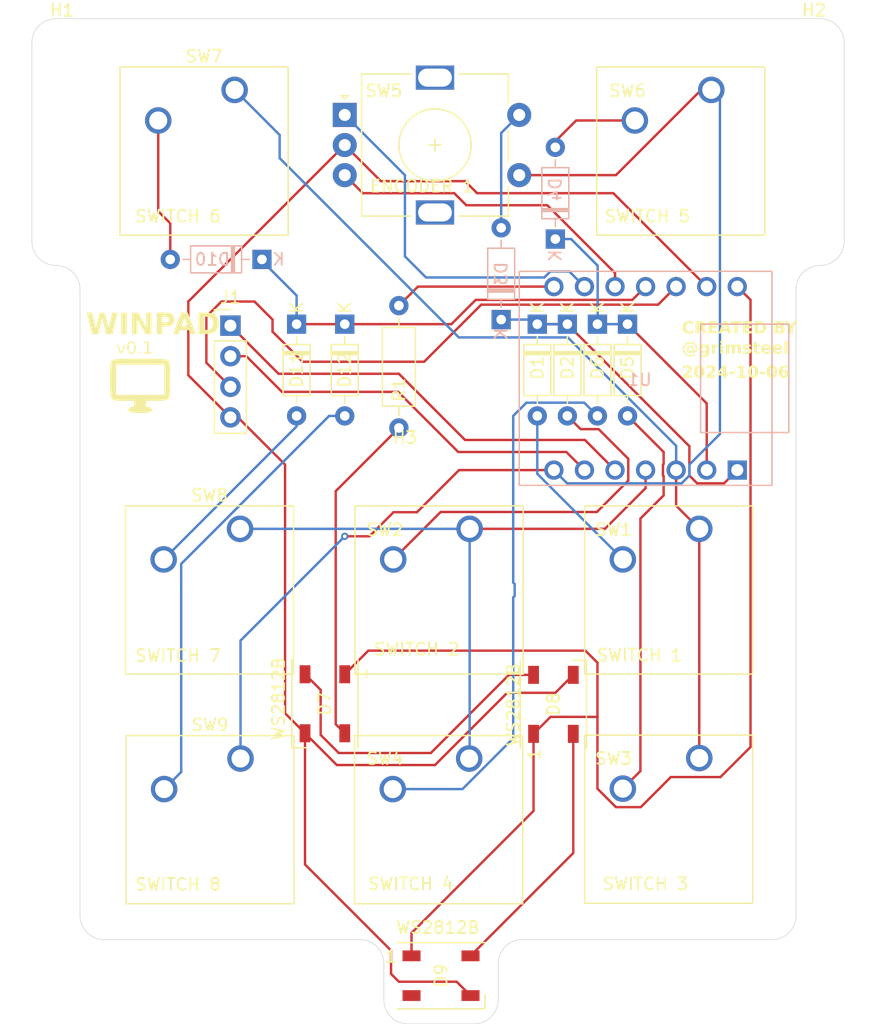
<source format=kicad_pcb>
(kicad_pcb (version 20240108) (generator "pcbnew") (generator_version "8.0")
  (title_block (title "Winpad PCB") (date "2024-10-05") (company "Hack Club") (comment 1 "Created by @grimsteel"))
  (layers (0 "F.Cu" signal) (31 "B.Cu" signal) (34 "B.Paste" user) (35 "F.Paste" user) (36 "B.SilkS" user "B.Silkscreen") (37 "F.SilkS" user "F.Silkscreen") (38 "B.Mask" user) (39 "F.Mask" user) (44 "Edge.Cuts" user))
  (net 0 "")
  (net 1 "Net-(D1-A)")
  (net 2 "GND")
  (net 3 "R1")
  (net 4 "Net-(D2-A)")
  (net 5 "Net-(D3-A)")
  (net 6 "R2")
  (net 7 "Net-(D4-A)")
  (net 8 "Net-(D5-A)")
  (net 9 "Net-(D6-A)")
  (net 10 "Net-(D7-DOUT)")
  (net 11 "RGB")
  (net 12 "+5V")
  (net 13 "Net-(D8-DOUT)")
  (net 15 "SDA")
  (net 16 "+3.3V")
  (net 17 "SCL")
  (net 18 "C1")
  (net 19 "C2")
  (net 20 "C3")
  (net 21 "ENC1")
  (net 22 "ENC2")
  (net 23 "Net-(D7-DIN)")
  (net 24 "R3")
  (net 25 "Net-(D10-A)")
  (net 26 "Net-(D11-A)")
  (net 27 "Net-(D12-A)")
  (footprint "custom-stuff:SW_Cherry_MX_1.00u_PCB" (layer "F.Cu") (at 55.35 24.42)
    (property "Reference" "SW7" (at -2.54 -2.794 0) (layer "F.SilkS"))
    (property "Value" "SW_Push_45deg")
    (pad "" np_thru_hole circle (at -7.62 5.08) (size 1.7 1.7) (drill 1.7) (layers "*.Cu" "*.Mask"))
    (pad "" np_thru_hole circle (at -2.54 5.08) (size 4 4) (drill 4) (layers "*.Cu" "*.Mask"))
    (pad "" np_thru_hole circle (at 2.54 5.08) (size 1.7 1.7) (drill 1.7) (layers "*.Cu" "*.Mask"))
    (pad "1" thru_hole circle (at 0 0) (size 2.2 2.2) (drill 1.5) (layers "*.Cu" "*.Mask") (net 18 "C1"))
    (pad "2" thru_hole circle (at -6.35 2.54) (size 2.2 2.2) (drill 1.5) (layers "*.Cu" "*.Mask") (net 25 "Net-(D10-A)"))
  )
  (footprint "custom-stuff:SW_Cherry_MX_1.00u_PCB" (layer "F.Cu") (at 74.88 60.88)
    (property "Reference" "SW2" (at -7.04 0.08 0) (layer "F.SilkS"))
    (property "Value" "SW_Push_45deg")
    (pad "" np_thru_hole circle (at -7.62 5.08) (size 1.7 1.7) (drill 1.7) (layers "*.Cu" "*.Mask"))
    (pad "" np_thru_hole circle (at -2.54 5.08) (size 4 4) (drill 4) (layers "*.Cu" "*.Mask"))
    (pad "" np_thru_hole circle (at 2.54 5.08) (size 1.7 1.7) (drill 1.7) (layers "*.Cu" "*.Mask"))
    (pad "1" thru_hole circle (at 0 0) (size 2.2 2.2) (drill 1.5) (layers "*.Cu" "*.Mask") (net 19 "C2"))
    (pad "2" thru_hole circle (at -6.35 2.54) (size 2.2 2.2) (drill 1.5) (layers "*.Cu" "*.Mask") (net 4 "Net-(D2-A)"))
  )
  (footprint "LED_SMD:LED_WS2812B_PLCC4_5.0x5.0mm_P3.2mm" (layer "F.Cu") (at 81.84 75.46 90)
    (property "Reference" "D8" (at 0 0 -90) (layer "F.SilkS"))
    (property "Value" "WS2812B" (at -0.04 -3.34 -90) (layer "F.SilkS"))
    (fp_text user "1" (at -4.15 -1.6 90) (layer "F.SilkS"))
    (pad "1" smd rect (at -2.45 -1.65 90) (size 1.5 0.9) (layers "F.Cu" "F.Paste" "F.Mask") (net 12 "+5V"))
    (pad "2" smd rect (at -2.45 1.65 90) (size 1.5 0.9) (layers "F.Cu" "F.Paste" "F.Mask") (net 13 "Net-(D8-DOUT)"))
    (pad "3" smd rect (at 2.45 1.65 90) (size 1.5 0.9) (layers "F.Cu" "F.Paste" "F.Mask") (net 2 "GND"))
    (pad "4" smd rect (at 2.45 -1.65 90) (size 1.5 0.9) (layers "F.Cu" "F.Paste" "F.Mask") (net 10 "Net-(D7-DOUT)"))
  )
  (footprint "custom-stuff:RotaryEncoder_Alps_EC11E-Switch_Vertical_H20mm" (layer "F.Cu") (at 64.5 26.5)
    (property "Reference" "SW5" (at 3.25 -2 0) (layer "F.SilkS"))
    (property "Value" "RotaryEncoder_Switch")
    (pad "A" thru_hole rect (at 0 0) (size 2 2) (drill 1) (layers "*.Cu" "*.Mask") (net 21 "ENC1"))
    (pad "B" thru_hole circle (at 0 5) (size 2 2) (drill 1) (layers "*.Cu" "*.Mask") (net 22 "ENC2"))
    (pad "C" thru_hole circle (at 0 2.5) (size 2 2) (drill 1) (layers "*.Cu" "*.Mask") (net 2 "GND"))
    (pad "MP" thru_hole rect (at 7.5 -3.1) (size 3.2 2) (drill oval 2.8 1.5) (layers "*.Cu" "*.Mask"))
    (pad "MP" thru_hole rect (at 7.5 8.1) (size 3.2 2) (drill oval 2.8 1.5) (layers "*.Cu" "*.Mask"))
    (pad "S1" thru_hole circle (at 14.5 5) (size 2 2) (drill 1) (layers "*.Cu" "*.Mask") (net 20 "C3"))
    (pad "S2" thru_hole circle (at 14.5 0) (size 2 2) (drill 1) (layers "*.Cu" "*.Mask") (net 5 "Net-(D3-A)"))
  )
  (footprint "Diode_THT:D_DO-35_SOD27_P7.62mm_Horizontal" (layer "F.Cu") (at 85.5 43.88 -90)
    (property "Reference" "D6" (at 3.62 0 90) (layer "F.SilkS"))
    (property "Value" "D")
    (fp_text user "K" (at -1.38 0 90) (layer "F.SilkS"))
    (pad "1" thru_hole rect (at 0 0 270) (size 1.6 1.6) (drill 0.8) (layers "*.Cu" "*.Mask") (net 6 "R2"))
    (pad "2" thru_hole oval (at 7.62 0 270) (size 1.6 1.6) (drill 0.8) (layers "*.Cu" "*.Mask") (net 9 "Net-(D6-A)"))
  )
  (footprint "custom-stuff:SW_Cherry_MX_1.00u_PCB" (layer "F.Cu") (at 55.84 79.96)
    (property "Reference" "SW9" (at -2.54 -2.794 0) (layer "F.SilkS"))
    (property "Value" "SW_Push_45deg")
    (pad "" np_thru_hole circle (at -7.62 5.08) (size 1.7 1.7) (drill 1.7) (layers "*.Cu" "*.Mask"))
    (pad "" np_thru_hole circle (at -2.54 5.08) (size 4 4) (drill 4) (layers "*.Cu" "*.Mask"))
    (pad "" np_thru_hole circle (at 2.54 5.08) (size 1.7 1.7) (drill 1.7) (layers "*.Cu" "*.Mask"))
    (pad "1" thru_hole circle (at 0 0) (size 2.2 2.2) (drill 1.5) (layers "*.Cu" "*.Mask") (net 20 "C3"))
    (pad "2" thru_hole circle (at -6.35 2.54) (size 2.2 2.2) (drill 1.5) (layers "*.Cu" "*.Mask") (net 27 "Net-(D12-A)"))
  )
  (footprint "custom-stuff:SW_Cherry_MX_1.00u_PCB" (layer "F.Cu") (at 94.96 24.42)
    (property "Reference" "SW6" (at -6.96 0.08 0) (layer "F.SilkS"))
    (property "Value" "SW_Push_45deg")
    (pad "" np_thru_hole circle (at -7.62 5.08) (size 1.7 1.7) (drill 1.7) (layers "*.Cu" "*.Mask"))
    (pad "" np_thru_hole circle (at -2.54 5.08) (size 4 4) (drill 4) (layers "*.Cu" "*.Mask"))
    (pad "" np_thru_hole circle (at 2.54 5.08) (size 1.7 1.7) (drill 1.7) (layers "*.Cu" "*.Mask"))
    (pad "1" thru_hole circle (at 0 0) (size 2.2 2.2) (drill 1.5) (layers "*.Cu" "*.Mask") (net 20 "C3"))
    (pad "2" thru_hole circle (at -6.35 2.54) (size 2.2 2.2) (drill 1.5) (layers "*.Cu" "*.Mask") (net 7 "Net-(D4-A)"))
  )
  (footprint "MountingHole:MountingHole_2.2mm_M2" (layer "F.Cu") (at 103.5 21)
    (property "Reference" "H2" (at 0 -3.2 0) (layer "F.SilkS"))
    (property "Value" "MountingHole")
    (pad "" np_thru_hole circle (at 0 0) (size 2.2 2.2) (drill 2.2) (layers "*.Cu" "*.Mask"))
  )
  (footprint "MountingHole:MountingHole_2.2mm_M2" (layer "F.Cu") (at 69.5 56.5)
    (property "Reference" "H3" (at 0 -3.2 0) (layer "F.SilkS"))
    (property "Value" "MountingHole")
    (pad "" np_thru_hole circle (at 0 0) (size 2.2 2.2) (drill 2.2) (layers "*.Cu" "*.Mask"))
  )
  (footprint "Diode_THT:D_DO-35_SOD27_P7.62mm_Horizontal" (layer "F.Cu") (at 64.5 43.88 -90)
    (property "Reference" "D12" (at 3.81 0 90) (layer "F.SilkS"))
    (property "Value" "D")
    (fp_text user "K" (at -1.38 0 90) (layer "F.SilkS"))
    (pad "1" thru_hole rect (at 0 0 270) (size 1.6 1.6) (drill 0.8) (layers "*.Cu" "*.Mask") (net 24 "R3"))
    (pad "2" thru_hole oval (at 7.62 0 270) (size 1.6 1.6) (drill 0.8) (layers "*.Cu" "*.Mask") (net 27 "Net-(D12-A)"))
  )
  (footprint "Resistor_THT:R_Axial_DIN0207_L6.3mm_D2.5mm_P10.16mm_Horizontal" (layer "F.Cu") (at 69 42.34 -90)
    (property "Reference" "R1" (at 7 0 90) (layer "F.SilkS"))
    (property "Value" "300")
    (pad "1" thru_hole circle (at 0 0 270) (size 1.6 1.6) (drill 0.8) (layers "*.Cu" "*.Mask") (net 11 "RGB"))
    (pad "2" thru_hole oval (at 10.16 0 270) (size 1.6 1.6) (drill 0.8) (layers "*.Cu" "*.Mask") (net 23 "Net-(D7-DIN)"))
  )
  (footprint "custom-stuff:SW_Cherry_MX_1.00u_PCB" (layer "F.Cu") (at 55.8 60.88)
    (property "Reference" "SW8" (at -2.54 -2.794 0) (layer "F.SilkS"))
    (property "Value" "SW_Push_45deg")
    (pad "" np_thru_hole circle (at -7.62 5.08) (size 1.7 1.7) (drill 1.7) (layers "*.Cu" "*.Mask"))
    (pad "" np_thru_hole circle (at -2.54 5.08) (size 4 4) (drill 4) (layers "*.Cu" "*.Mask"))
    (pad "" np_thru_hole circle (at 2.54 5.08) (size 1.7 1.7) (drill 1.7) (layers "*.Cu" "*.Mask"))
    (pad "1" thru_hole circle (at 0 0) (size 2.2 2.2) (drill 1.5) (layers "*.Cu" "*.Mask") (net 19 "C2"))
    (pad "2" thru_hole circle (at -6.35 2.54) (size 2.2 2.2) (drill 1.5) (layers "*.Cu" "*.Mask") (net 26 "Net-(D11-A)"))
  )
  (footprint "Diode_THT:D_DO-35_SOD27_P7.62mm_Horizontal" (layer "F.Cu") (at 60.5 43.88 -90)
    (property "Reference" "D11" (at 3.81 0 90) (layer "F.SilkS"))
    (property "Value" "D")
    (fp_text user "K" (at -1.38 0 90) (layer "F.SilkS"))
    (pad "1" thru_hole rect (at 0 0 270) (size 1.6 1.6) (drill 0.8) (layers "*.Cu" "*.Mask") (net 24 "R3"))
    (pad "2" thru_hole oval (at 7.62 0 270) (size 1.6 1.6) (drill 0.8) (layers "*.Cu" "*.Mask") (net 26 "Net-(D11-A)"))
  )
  (footprint "custom-stuff:SW_Cherry_MX_1.00u_PCB" (layer "F.Cu") (at 74.84 79.96)
    (property "Reference" "SW4" (at -7 0 0) (layer "F.SilkS"))
    (property "Value" "SW_Push_45deg")
    (pad "" np_thru_hole circle (at -7.62 5.08) (size 1.7 1.7) (drill 1.7) (layers "*.Cu" "*.Mask"))
    (pad "" np_thru_hole circle (at -2.54 5.08) (size 4 4) (drill 4) (layers "*.Cu" "*.Mask"))
    (pad "" np_thru_hole circle (at 2.54 5.08) (size 1.7 1.7) (drill 1.7) (layers "*.Cu" "*.Mask"))
    (pad "1" thru_hole circle (at 0 0) (size 2.2 2.2) (drill 1.5) (layers "*.Cu" "*.Mask") (net 19 "C2"))
    (pad "2" thru_hole circle (at -6.35 2.54) (size 2.2 2.2) (drill 1.5) (layers "*.Cu" "*.Mask") (net 9 "Net-(D6-A)"))
  )
  (footprint "Diode_THT:D_DO-35_SOD27_P7.62mm_Horizontal" (layer "F.Cu") (at 80.5 43.88 -90)
    (property "Reference" "D1" (at 3.62 0 90) (layer "F.SilkS"))
    (property "Value" "D")
    (fp_text user "K" (at -1.38 0 90) (layer "F.SilkS"))
    (pad "1" thru_hole rect (at 0 0 270) (size 1.6 1.6) (drill 0.8) (layers "*.Cu" "*.Mask") (net 3 "R1"))
    (pad "2" thru_hole oval (at 7.62 0 270) (size 1.6 1.6) (drill 0.8) (layers "*.Cu" "*.Mask") (net 1 "Net-(D1-A)"))
  )
  (footprint "Diode_THT:D_DO-35_SOD27_P7.62mm_Horizontal" (layer "F.Cu") (at 88 43.88 -90)
    (property "Reference" "D5" (at 3.62 0 90) (layer "F.SilkS"))
    (property "Value" "D")
    (fp_text user "K" (at -1.38 0 90) (layer "F.SilkS"))
    (pad "1" thru_hole rect (at 0 0 270) (size 1.6 1.6) (drill 0.8) (layers "*.Cu" "*.Mask") (net 6 "R2"))
    (pad "2" thru_hole oval (at 7.62 0 270) (size 1.6 1.6) (drill 0.8) (layers "*.Cu" "*.Mask") (net 8 "Net-(D5-A)"))
  )
  (footprint "custom-stuff:SW_Cherry_MX_1.00u_PCB" (layer "F.Cu") (at 93.96 60.88)
    (property "Reference" "SW1" (at -7.12 0.08 0) (layer "F.SilkS"))
    (property "Value" "SW_Push_45deg")
    (pad "" np_thru_hole circle (at -7.62 5.08) (size 1.7 1.7) (drill 1.7) (layers "*.Cu" "*.Mask"))
    (pad "" np_thru_hole circle (at -2.54 5.08) (size 4 4) (drill 4) (layers "*.Cu" "*.Mask"))
    (pad "" np_thru_hole circle (at 2.54 5.08) (size 1.7 1.7) (drill 1.7) (layers "*.Cu" "*.Mask"))
    (pad "1" thru_hole circle (at 0 0) (size 2.2 2.2) (drill 1.5) (layers "*.Cu" "*.Mask") (net 18 "C1"))
    (pad "2" thru_hole circle (at -6.35 2.54) (size 2.2 2.2) (drill 1.5) (layers "*.Cu" "*.Mask") (net 1 "Net-(D1-A)"))
  )
  (footprint "LED_SMD:LED_WS2812B_PLCC4_5.0x5.0mm_P3.2mm" (layer "F.Cu") (at 62.85 75.41 -90)
    (property "Reference" "D7" (at 0 0 -90) (layer "F.SilkS"))
    (property "Value" "WS2812B" (at -0.41 3.85 -90) (layer "F.SilkS"))
    (fp_text user "1" (at -2.5 -3 90) (layer "F.SilkS"))
    (pad "1" smd rect (at -2.45 -1.65 270) (size 1.5 0.9) (layers "F.Cu" "F.Paste" "F.Mask") (net 12 "+5V"))
    (pad "2" smd rect (at -2.45 1.65 270) (size 1.5 0.9) (layers "F.Cu" "F.Paste" "F.Mask") (net 10 "Net-(D7-DOUT)"))
    (pad "3" smd rect (at 2.45 1.65 270) (size 1.5 0.9) (layers "F.Cu" "F.Paste" "F.Mask") (net 2 "GND"))
    (pad "4" smd rect (at 2.45 -1.65 270) (size 1.5 0.9) (layers "F.Cu" "F.Paste" "F.Mask") (net 23 "Net-(D7-DIN)"))
  )
  (footprint "LOGO" (layer "F.Cu") (at 47.5 49)
    (property "Reference" "G***" (hide yes))
    (property "Value" "LOGO" (hide yes))
  )
  (footprint "custom-stuff:SW_Cherry_MX_1.00u_PCB" (layer "F.Cu") (at 93.96 79.92)
    (property "Reference" "SW3" (at -7.12 0.04 0) (layer "F.SilkS"))
    (property "Value" "SW_Push_45deg")
    (pad "" np_thru_hole circle (at -7.62 5.08) (size 1.7 1.7) (drill 1.7) (layers "*.Cu" "*.Mask"))
    (pad "" np_thru_hole circle (at -2.54 5.08) (size 4 4) (drill 4) (layers "*.Cu" "*.Mask"))
    (pad "" np_thru_hole circle (at 2.54 5.08) (size 1.7 1.7) (drill 1.7) (layers "*.Cu" "*.Mask"))
    (pad "1" thru_hole circle (at 0 0) (size 2.2 2.2) (drill 1.5) (layers "*.Cu" "*.Mask") (net 18 "C1"))
    (pad "2" thru_hole circle (at -6.35 2.54) (size 2.2 2.2) (drill 1.5) (layers "*.Cu" "*.Mask") (net 8 "Net-(D5-A)"))
  )
  (footprint "Connector_PinHeader_2.54mm:PinHeader_1x04_P2.54mm_Vertical" (layer "F.Cu") (at 55 44)
    (property "Reference" "J1" (at 0 -2.33 0) (layer "F.SilkS"))
    (property "Value" "OLED")
    (pad "1" thru_hole rect (at 0 0) (size 1.7 1.7) (drill 1) (layers "*.Cu" "*.Mask") (net 15 "SDA"))
    (pad "2" thru_hole oval (at 0 2.54) (size 1.7 1.7) (drill 1) (layers "*.Cu" "*.Mask") (net 17 "SCL"))
    (pad "3" thru_hole oval (at 0 5.08) (size 1.7 1.7) (drill 1) (layers "*.Cu" "*.Mask") (net 16 "+3.3V"))
    (pad "4" thru_hole oval (at 0 7.62) (size 1.7 1.7) (drill 1) (layers "*.Cu" "*.Mask") (net 2 "GND"))
  )
  (footprint "MountingHole:MountingHole_2.2mm_M2" (layer "F.Cu") (at 41 21)
    (property "Reference" "H1" (at 0 -3.2 0) (layer "F.SilkS"))
    (property "Value" "MountingHole")
    (pad "" np_thru_hole circle (at 0 0) (size 2.2 2.2) (drill 2.2) (layers "*.Cu" "*.Mask"))
  )
  (footprint "LED_SMD:LED_WS2812B_PLCC4_5.0x5.0mm_P3.2mm" (layer "F.Cu") (at 72.5 98)
    (property "Reference" "D9" (at 0 0 90) (layer "F.SilkS"))
    (property "Value" "WS2812B" (at -0.25 -4 0) (layer "F.SilkS"))
    (fp_text user "1" (at -4.15 -1.6 0) (layer "F.SilkS"))
    (pad "1" smd rect (at -2.45 -1.65) (size 1.5 0.9) (layers "F.Cu" "F.Paste" "F.Mask") (net 12 "+5V"))
    (pad "2" smd rect (at -2.45 1.65) (size 1.5 0.9) (layers "F.Cu" "F.Paste" "F.Mask"))
    (pad "3" smd rect (at 2.45 1.65) (size 1.5 0.9) (layers "F.Cu" "F.Paste" "F.Mask") (net 2 "GND"))
    (pad "4" smd rect (at 2.45 -1.65) (size 1.5 0.9) (layers "F.Cu" "F.Paste" "F.Mask") (net 13 "Net-(D8-DOUT)"))
  )
  (footprint "Diode_THT:D_DO-35_SOD27_P7.62mm_Horizontal" (layer "F.Cu") (at 83 43.88 -90)
    (property "Reference" "D2" (at 3.62 0 90) (layer "F.SilkS"))
    (property "Value" "D")
    (fp_text user "K" (at -1.38 0 90) (layer "F.SilkS"))
    (pad "1" thru_hole rect (at 0 0 270) (size 1.6 1.6) (drill 0.8) (layers "*.Cu" "*.Mask") (net 3 "R1"))
    (pad "2" thru_hole oval (at 7.62 0 270) (size 1.6 1.6) (drill 0.8) (layers "*.Cu" "*.Mask") (net 4 "Net-(D2-A)"))
  )
  (footprint "XIAO_PCB:MOUDLE14P-2.54-21X17.8MM" (layer "B.Cu") (at 89.5 48.38)
    (property "Reference" "U1" (at -0.5 0.12 0) (layer "B.SilkS") (effects (justify mirror)))
    (property "Value" "MOUDLE-SEEEDUINO-XIAO")
    (pad "1" thru_hole rect (at 7.62 7.62) (size 1.6 1.6) (drill 1) (layers "*.Cu" "*.Mask") (net 3 "R1"))
    (pad "2" thru_hole circle (at 5.08 7.62) (size 1.6 1.6) (drill 1) (layers "*.Cu" "*.Mask") (net 6 "R2"))
    (pad "3" thru_hole circle (at 2.54 7.62) (size 1.6 1.6) (drill 1) (layers "*.Cu" "*.Mask") (net 18 "C1"))
    (pad "4" thru_hole circle (at 0 7.62) (size 1.6 1.6) (drill 1) (layers "*.Cu" "*.Mask") (net 19 "C2"))
    (pad "5" thru_hole circle (at -2.54 7.62) (size 1.6 1.6) (drill 1) (layers "*.Cu" "*.Mask") (net 15 "SDA"))
    (pad "6" thru_hole circle (at -5.08 7.62) (size 1.6 1.6) (drill 1) (layers "*.Cu" "*.Mask") (net 17 "SCL"))
    (pad "7" thru_hole circle (at -7.62 7.62) (size 1.6 1.6) (drill 1) (layers "*.Cu" "*.Mask") (net 20 "C3"))
    (pad "8" thru_hole circle (at -7.62 -7.62) (size 1.6 1.6) (drill 1) (layers "*.Cu" "*.Mask") (net 11 "RGB"))
    (pad "9" thru_hole circle (at -5.08 -7.62) (size 1.6 1.6) (drill 1) (layers "*.Cu" "*.Mask") (net 21 "ENC1"))
    (pad "10" thru_hole circle (at -2.54 -7.62) (size 1.6 1.6) (drill 1) (layers "*.Cu" "*.Mask") (net 22 "ENC2"))
    (pad "11" thru_hole circle (at 0 -7.62) (size 1.6 1.6) (drill 1) (layers "*.Cu" "*.Mask") (net 24 "R3"))
    (pad "12" thru_hole circle (at 2.54 -7.62) (size 1.6 1.6) (drill 1) (layers "*.Cu" "*.Mask") (net 16 "+3.3V"))
    (pad "13" thru_hole circle (at 5.08 -7.62) (size 1.6 1.6) (drill 1) (layers "*.Cu" "*.Mask") (net 2 "GND"))
    (pad "14" thru_hole circle (at 7.62 -7.62) (size 1.6 1.6) (drill 1) (layers "*.Cu" "*.Mask") (net 12 "+5V"))
  )
  (footprint "Diode_THT:D_DO-35_SOD27_P7.62mm_Horizontal" (layer "B.Cu") (at 82 36.81 90)
    (property "Reference" "D4" (at 4.12 0 90) (layer "B.SilkS") (effects (justify mirror)))
    (property "Value" "D")
    (fp_text user "K" (at -1.38 0 90) (layer "B.SilkS") (effects (justify mirror)))
    (pad "1" thru_hole rect (at 0 0 90) (size 1.6 1.6) (drill 0.8) (layers "*.Cu" "*.Mask") (net 6 "R2"))
    (pad "2" thru_hole oval (at 7.62 0 90) (size 1.6 1.6) (drill 0.8) (layers "*.Cu" "*.Mask") (net 7 "Net-(D4-A)"))
  )
  (footprint "Diode_THT:D_DO-35_SOD27_P7.62mm_Horizontal" (layer "B.Cu") (at 77.5 43.5 90)
    (property "Reference" "D3" (at 3.81 0 90) (layer "B.SilkS") (effects (justify mirror)))
    (property "Value" "D")
    (fp_text user "K" (at -1.19 0 90) (layer "B.SilkS") (effects (justify mirror)))
    (pad "1" thru_hole rect (at 0 0 90) (size 1.6 1.6) (drill 0.8) (layers "*.Cu" "*.Mask") (net 3 "R1"))
    (pad "2" thru_hole oval (at 7.62 0 90) (size 1.6 1.6) (drill 0.8) (layers "*.Cu" "*.Mask") (net 5 "Net-(D3-A)"))
  )
  (footprint "Diode_THT:D_DO-35_SOD27_P7.62mm_Horizontal" (layer "B.Cu") (at 57.62 38.5 180)
    (property "Reference" "D10" (at 4.12 0 0) (layer "B.SilkS") (effects (justify mirror)))
    (property "Value" "D")
    (fp_text user "K" (at -1.38 0 0) (layer "B.SilkS") (effects (justify mirror)))
    (pad "1" thru_hole rect (at 0 0 180) (size 1.6 1.6) (drill 0.8) (layers "*.Cu" "*.Mask") (net 24 "R3"))
    (pad "2" thru_hole oval (at 7.62 0 180) (size 1.6 1.6) (drill 0.8) (layers "*.Cu" "*.Mask") (net 25 "Net-(D10-A)"))
  )
  (gr_line (start 40.5 18.5) (end 104 18.5) (stroke (width 0.05)) (layer "Edge.Cuts"))
  (gr_line (start 38.5 37) (end 38.5 20.5) (stroke (width 0.05)) (layer "Edge.Cuts"))
  (gr_line (start 102 41) (end 102 93) (stroke (width 0.05)) (layer "Edge.Cuts"))
  (gr_arc (start 69.75 102) (mid 68.335786 101.414214) (end 67.75 100) (stroke (width 0.05)) (layer "Edge.Cuts"))
  (gr_line (start 65.75 95) (end 44.5 95) (stroke (width 0.05)) (layer "Edge.Cuts"))
  (gr_line (start 77.25 97) (end 77.25 100) (stroke (width 0.05)) (layer "Edge.Cuts"))
  (gr_arc (start 44.5 95) (mid 43.085786 94.414214) (end 42.5 93) (stroke (width 0.05)) (layer "Edge.Cuts"))
  (gr_line (start 42.5 93) (end 42.5 41) (stroke (width 0.05)) (layer "Edge.Cuts"))
  (gr_arc (start 102 41) (mid 102.585786 39.585786) (end 104 39) (stroke (width 0.05)) (layer "Edge.Cuts"))
  (gr_arc (start 38.5 20.5) (mid 39.085786 19.085786) (end 40.5 18.5) (stroke (width 0.05)) (layer "Edge.Cuts"))
  (gr_arc (start 77.25 97) (mid 77.835786 95.585786) (end 79.25 95) (stroke (width 0.05)) (layer "Edge.Cuts"))
  (gr_arc (start 102 93) (mid 101.414214 94.414214) (end 100 95) (stroke (width 0.05)) (layer "Edge.Cuts"))
  (gr_line (start 100 95) (end 79.25 95) (stroke (width 0.05)) (layer "Edge.Cuts"))
  (gr_arc (start 104 18.5) (mid 105.414214 19.085786) (end 106 20.5) (stroke (width 0.05)) (layer "Edge.Cuts"))
  (gr_arc (start 106 37) (mid 105.414214 38.414214) (end 104 39) (stroke (width 0.05)) (layer "Edge.Cuts"))
  (gr_arc (start 77.25 100) (mid 76.664214 101.414214) (end 75.25 102) (stroke (width 0.05)) (layer "Edge.Cuts"))
  (gr_line (start 106 20.5) (end 106 37) (stroke (width 0.05)) (layer "Edge.Cuts"))
  (gr_arc (start 40.5 39) (mid 41.914214 39.585786) (end 42.5 41) (stroke (width 0.05)) (layer "Edge.Cuts"))
  (gr_arc (start 65.75 95) (mid 67.164214 95.585786) (end 67.75 97) (stroke (width 0.05)) (layer "Edge.Cuts"))
  (gr_line (start 67.75 100) (end 67.75 97) (stroke (width 0.05)) (layer "Edge.Cuts"))
  (gr_line (start 75.25 102) (end 69.75 102) (stroke (width 0.05)) (layer "Edge.Cuts"))
  (gr_arc (start 40.5 39) (mid 39.085786 38.414214) (end 38.5 37) (stroke (width 0.05)) (layer "Edge.Cuts"))
  (gr_text "2024-10-06\n" (at 92.5 48.5 0) (layer "F.SilkS") (effects (font (size 1 1) (thickness 0.1)) (justify left bottom)))
  (gr_text "SWITCH 7" (at 47 72 0) (layer "F.SilkS") (effects (font (size 1 1)) (justify left bottom)))
  (gr_text "ENCODER 1" (at 66.5 33 0) (layer "F.SilkS") (effects (font (size 1 1)) (justify left bottom)))
  (gr_text "WINPAD" (at 43 45 0) (layer "F.SilkS") (effects (font (size 1.75 1.75) (thickness 0.1) (italic yes)) (justify left bottom)))
  (gr_text "SWITCH 4\n" (at 66.34 90.96 0) (layer "F.SilkS") (effects (font (size 1 1)) (justify left bottom)))
  (gr_text "CREATED BY\n@grimsteel\n" (at 92.5 46.5 0) (layer "F.SilkS") (effects (font (size 1 1) (thickness 0.1)) (justify left bottom)))
  (gr_text "SWITCH 1\n" (at 85.34 71.96 0) (layer "F.SilkS") (effects (font (size 1 1)) (justify left bottom)))
  (gr_text "SWITCH 5" (at 86 35.5 0) (layer "F.SilkS") (effects (font (size 1 1)) (justify left bottom)))
  (gr_text "SWITCH 8" (at 47 91 0) (layer "F.SilkS") (effects (font (size 1 1)) (justify left bottom)))
  (gr_text "SWITCH 3" (at 85.84 90.96 0) (layer "F.SilkS") (effects (font (size 1 1)) (justify left bottom)))
  (gr_text "SWITCH 6" (at 47 35.5 0) (layer "F.SilkS") (effects (font (size 1 1)) (justify left bottom)))
  (gr_text "SWITCH 2" (at 66.84 71.46 0) (layer "F.SilkS") (effects (font (size 1 1)) (justify left bottom)))
  (gr_text "v0.1" (at 45.5 46.5 0) (layer "F.SilkS") (effects (font (size 1 1) (thickness 0.1)) (justify left bottom)))
  (segment (start 80.5 56.31) (end 80.5 51.5) (width 0.2) (layer "B.Cu") (net 1))
  (segment (start 87.61 63.42) (end 80.5 56.31) (width 0.2) (layer "B.Cu") (net 1))
  (segment (start 59.54 55.54) (end 59.54 76.2) (width 0.2) (layer "F.Cu") (net 2))
  (segment (start 51.5 48.12) (end 54.57 51.19) (width 0.2) (layer "F.Cu") (net 2))
  (segment (start 68.35 97.85) (end 69 98.5) (width 0.2) (layer "F.Cu") (net 2))
  (segment (start 63.84 80.5) (end 72 80.5) (width 0.2) (layer "F.Cu") (net 2))
  (segment (start 94.58 40.76) (end 86.82 33) (width 0.2) (layer "F.Cu") (net 2))
  (segment (start 64.5 29) (end 51.5 42) (width 0.2) (layer "F.Cu") (net 2))
  (segment (start 74.7 99.4) (end 74.7 99.65) (width 0.2) (layer "F.Cu") (net 2))
  (segment (start 51.5 42) (end 51.5 48.12) (width 0.2) (layer "F.Cu") (net 2))
  (segment (start 74.5 32) (end 67.5 32) (width 0.2) (layer "F.Cu") (net 2))
  (segment (start 86.82 33) (end 75.5 33) (width 0.2) (layer "F.Cu") (net 2))
  (segment (start 61.2 77.86) (end 61.2 88.760176) (width 0.2) (layer "F.Cu") (net 2))
  (segment (start 78 74.5) (end 82 74.5) (width 0.2) (layer "F.Cu") (net 2))
  (segment (start 61.2 77.86) (end 63.84 80.5) (width 0.2) (layer "F.Cu") (net 2))
  (segment (start 67.5 32) (end 64.5 29) (width 0.2) (layer "F.Cu") (net 2))
  (segment (start 61.2 88.760176) (end 68.35 95.910176) (width 0.2) (layer "F.Cu") (net 2))
  (segment (start 68.35 95.910176) (end 68.35 97.85) (width 0.2) (layer "F.Cu") (net 2))
  (segment (start 54.57 51.19) (end 55.19 51.19) (width 0.2) (layer "F.Cu") (net 2))
  (segment (start 75.5 33) (end 74.5 32) (width 0.2) (layer "F.Cu") (net 2))
  (segment (start 73.8 98.5) (end 74.7 99.4) (width 0.2) (layer "F.Cu") (net 2))
  (segment (start 82 74.5) (end 83.49 73.01) (width 0.2) (layer "F.Cu") (net 2))
  (segment (start 59.54 76.2) (end 61.2 77.86) (width 0.2) (layer "F.Cu") (net 2))
  (segment (start 69 98.5) (end 73.8 98.5) (width 0.2) (layer "F.Cu") (net 2))
  (segment (start 55.19 51.19) (end 59.54 55.54) (width 0.2) (layer "F.Cu") (net 2))
  (segment (start 72 80.5) (end 78 74.5) (width 0.2) (layer "F.Cu") (net 2))
  (segment (start 80.5 43.88) (end 83 43.88) (width 0.2) (layer "F.Cu") (net 3))
  (segment (start 93.14 56.455635) (end 93.14 54.02) (width 0.2) (layer "F.Cu") (net 3))
  (segment (start 96.02 57.1) (end 93.784365 57.1) (width 0.2) (layer "F.Cu") (net 3))
  (segment (start 93.784365 57.1) (end 93.14 56.455635) (width 0.2) (layer "F.Cu") (net 3))
  (segment (start 93.14 54.02) (end 83 43.88) (width 0.2) (layer "F.Cu") (net 3))
  (segment (start 97.12 56) (end 96.02 57.1) (width 0.2) (layer "F.Cu") (net 3))
  (segment (start 80.12 43.5) (end 80.5 43.88) (width 0.2) (layer "B.Cu") (net 3))
  (segment (start 77.69 43.5) (end 80.12 43.5) (width 0.2) (layer "B.Cu") (net 3))
  (segment (start 80.5 43.88) (end 83 43.88) (width 0.2) (layer "B.Cu") (net 3))
  (segment (start 77.5 43.31) (end 77.69 43.5) (width 0.2) (layer "B.Cu") (net 3))
  (segment (start 88.06 55.06) (end 88.06 56.874314) (width 0.2) (layer "F.Cu") (net 4))
  (segment (start 88.06 56.874314) (end 85.454314 59.48) (width 0.2) (layer "F.Cu") (net 4))
  (segment (start 83 51.5) (end 84.1 52.6) (width 0.2) (layer "F.Cu") (net 4))
  (segment (start 85.6 52.6) (end 88.06 55.06) (width 0.2) (layer "F.Cu") (net 4))
  (segment (start 85.454314 59.48) (end 72.47 59.48) (width 0.2) (layer "F.Cu") (net 4))
  (segment (start 84.1 52.6) (end 85.6 52.6) (width 0.2) (layer "F.Cu") (net 4))
  (segment (start 72.47 59.48) (end 68.53 63.42) (width 0.2) (layer "F.Cu") (net 4))
  (segment (start 77.5 28) (end 77.5 35.69) (width 0.2) (layer "B.Cu") (net 5))
  (segment (start 79 26.5) (end 77.5 28) (width 0.2) (layer "B.Cu") (net 5))
  (segment (start 94.58 50.46) (end 88 43.88) (width 0.2) (layer "F.Cu") (net 6))
  (segment (start 94.58 56) (end 94.58 50.46) (width 0.2) (layer "F.Cu") (net 6))
  (segment (start 83.31 36.81) (end 81.5 36.81) (width 0.2) (layer "B.Cu") (net 6))
  (segment (start 85.52 43.86) (end 85.52 39.02) (width 0.2) (layer "B.Cu") (net 6))
  (segment (start 87.88 43.88) (end 85.5 43.88) (width 0.2) (layer "B.Cu") (net 6))
  (segment (start 85.52 39.02) (end 83.31 36.81) (width 0.2) (layer "B.Cu") (net 6))
  (segment (start 88 43.88) (end 88 44) (width 0.2) (layer "B.Cu") (net 6))
  (segment (start 85.5 43.88) (end 85.52 43.86) (width 0.2) (layer "B.Cu") (net 6))
  (segment (start 88 44) (end 87.88 43.88) (width 0.2) (layer "B.Cu") (net 6))
  (segment (start 82 29.19) (end 82 28.69) (width 0.2) (layer "F.Cu") (net 7))
  (segment (start 83.73 26.96) (end 88.61 26.96) (width 0.2) (layer "F.Cu") (net 7))
  (segment (start 82 28.69) (end 83.73 26.96) (width 0.2) (layer "F.Cu") (net 7))
  (segment (start 87.61 82.46) (end 89.07 81) (width 0.2) (layer "F.Cu") (net 8))
  (segment (start 91 58.1) (end 91 56.515635) (width 0.2) (layer "F.Cu") (net 8))
  (segment (start 89.07 81) (end 89.07 60.03) (width 0.2) (layer "F.Cu") (net 8))
  (segment (start 90.94 56.455635) (end 90.94 55.544365) (width 0.2) (layer "F.Cu") (net 8))
  (segment (start 90.94 55.544365) (end 91 55.484365) (width 0.2) (layer "F.Cu") (net 8))
  (segment (start 91 55.484365) (end 91 54.5) (width 0.2) (layer "F.Cu") (net 8))
  (segment (start 89.07 60.03) (end 91 58.1) (width 0.2) (layer "F.Cu") (net 8))
  (segment (start 91 54.5) (end 88 51.5) (width 0.2) (layer "F.Cu") (net 8))
  (segment (start 91 56.515635) (end 90.94 56.455635) (width 0.2) (layer "F.Cu") (net 8))
  (segment (start 79.6 50.4) (end 78.5 51.5) (width 0.2) (layer "B.Cu") (net 9))
  (segment (start 78.62 65.462944) (end 78.62 66.457056) (width 0.2) (layer "B.Cu") (net 9))
  (segment (start 78.5 51.5) (end 78.5 65.342944) (width 0.2) (layer "B.Cu") (net 9))
  (segment (start 78.5 78.279899) (end 74.279899 82.5) (width 0.2) (layer "B.Cu") (net 9))
  (segment (start 74.279899 82.5) (end 68.49 82.5) (width 0.2) (layer "B.Cu") (net 9))
  (segment (start 78.5 65.342944) (end 78.62 65.462944) (width 0.2) (layer "B.Cu") (net 9))
  (segment (start 78.5 66.577056) (end 78.5 78.279899) (width 0.2) (layer "B.Cu") (net 9))
  (segment (start 84.4 50.4) (end 79.6 50.4) (width 0.2) (layer "B.Cu") (net 9))
  (segment (start 85.5 51.5) (end 84.4 50.4) (width 0.2) (layer "B.Cu") (net 9))
  (segment (start 78.62 66.457056) (end 78.5 66.577056) (width 0.2) (layer "B.Cu") (net 9))
  (segment (start 61.2 72.96) (end 62.5 74.26) (width 0.2) (layer "F.Cu") (net 10))
  (segment (start 62.5 78) (end 64 79.5) (width 0.2) (layer "F.Cu") (net 10))
  (segment (start 71.654314 79.5) (end 78.144314 73.01) (width 0.2) (layer "F.Cu") (net 10))
  (segment (start 64 79.5) (end 71.654314 79.5) (width 0.2) (layer "F.Cu") (net 10))
  (segment (start 78.144314 73.01) (end 80.19 73.01) (width 0.2) (layer "F.Cu") (net 10))
  (segment (start 62.5 74.26) (end 62.5 78) (width 0.2) (layer "F.Cu") (net 10))
  (segment (start 70.58 40.76) (end 81.88 40.76) (width 0.2) (layer "F.Cu") (net 11))
  (segment (start 69 42.34) (end 70.58 40.76) (width 0.2) (layer "F.Cu") (net 11))
  (segment (start 80.19 77.91) (end 80.19 84.31) (width 0.2) (layer "F.Cu") (net 12))
  (segment (start 70.05 96.1) (end 69.8 96.35) (width 0.2) (layer "F.Cu") (net 12))
  (segment (start 85.5 82.462944) (end 87.037056 84) (width 0.2) (layer "F.Cu") (net 12))
  (segment (start 81.6 76.5) (end 85.5 76.5) (width 0.2) (layer "F.Cu") (net 12))
  (segment (start 84.5 71) (end 85.5 72) (width 0.2) (layer "F.Cu") (net 12))
  (segment (start 91.596598 81.5) (end 95.72 81.5) (width 0.2) (layer "F.Cu") (net 12))
  (segment (start 87.037056 84) (end 89.096598 84) (width 0.2) (layer "F.Cu") (net 12))
  (segment (start 66.46 71) (end 84.5 71) (width 0.2) (layer "F.Cu") (net 12))
  (segment (start 95.72 81.5) (end 98.22 79) (width 0.2) (layer "F.Cu") (net 12))
  (segment (start 64.5 72.96) (end 66.46 71) (width 0.2) (layer "F.Cu") (net 12))
  (segment (start 70.05 94.45) (end 70.05 96.1) (width 0.2) (layer "F.Cu") (net 12))
  (segment (start 80.19 84.31) (end 70.05 94.45) (width 0.2) (layer "F.Cu") (net 12))
  (segment (start 98.22 41.86) (end 97.12 40.76) (width 0.2) (layer "F.Cu") (net 12))
  (segment (start 98.22 79) (end 98.22 41.86) (width 0.2) (layer "F.Cu") (net 12))
  (segment (start 85.5 76.5) (end 85.5 82.462944) (width 0.2) (layer "F.Cu") (net 12))
  (segment (start 80.19 77.91) (end 81.6 76.5) (width 0.2) (layer "F.Cu") (net 12))
  (segment (start 89.096598 84) (end 91.596598 81.5) (width 0.2) (layer "F.Cu") (net 12))
  (segment (start 85.5 72) (end 85.5 76.5) (width 0.2) (layer "F.Cu") (net 12))
  (segment (start 83.49 77.91) (end 83.49 87.81) (width 0.2) (layer "F.Cu") (net 13))
  (segment (start 83.49 87.81) (end 74.825 96.475) (width 0.2) (layer "F.Cu") (net 13))
  (segment (start 74.825 96.475) (end 74.4 96.05) (width 0.2) (layer "F.Cu") (net 13))
  (segment (start 84.46 53.5) (end 74.5 53.5) (width 0.2) (layer "F.Cu") (net 15))
  (segment (start 69 48) (end 59 48) (width 0.2) (layer "F.Cu") (net 15))
  (segment (start 86.96 56) (end 84.46 53.5) (width 0.2) (layer "F.Cu") (net 15))
  (segment (start 59 48) (end 55 44) (width 0.2) (layer "F.Cu") (net 15))
  (segment (start 74.5 53.5) (end 69 48) (width 0.2) (layer "F.Cu") (net 15))
  (segment (start 55 44) (end 55 43.57) (width 0.2) (layer "F.Cu") (net 15))
  (segment (start 53 47.08) (end 54.57 48.65) (width 0.2) (layer "F.Cu") (net 16))
  (segment (start 61 47) (end 58.5 44.5) (width 0.2) (layer "F.Cu") (net 16))
  (segment (start 92.04 40.76) (end 90.54 42.26) (width 0.2) (layer "F.Cu") (net 16))
  (segment (start 57 42) (end 54.25 42) (width 0.2) (layer "F.Cu") (net 16))
  (segment (start 58.5 43.5) (end 57 42) (width 0.2) (layer "F.Cu") (net 16))
  (segment (start 54.25 42) (end 53 43.25) (width 0.2) (layer "F.Cu") (net 16))
  (segment (start 53 43.25) (end 53 47.08) (width 0.2) (layer "F.Cu") (net 16))
  (segment (start 90.54 42.26) (end 75.84 42.26) (width 0.2) (layer "F.Cu") (net 16))
  (segment (start 58.5 44.5) (end 58.5 43.5) (width 0.2) (layer "F.Cu") (net 16))
  (segment (start 71.1 47) (end 61 47) (width 0.2) (layer "F.Cu") (net 16))
  (segment (start 54.57 48.65) (end 55 48.65) (width 0.2) (layer "F.Cu") (net 16))
  (segment (start 75.84 42.26) (end 71.1 47) (width 0.2) (layer "F.Cu") (net 16))
  (segment (start 59.28 49.5) (end 56.32 46.54) (width 0.2) (layer "F.Cu") (net 17))
  (segment (start 54.885 46.425) (end 54.885 46.225) (width 0.2) (layer "F.Cu") (net 17))
  (segment (start 55 46.54) (end 54.885 46.425) (width 0.2) (layer "F.Cu") (net 17))
  (segment (start 82.92 54.5) (end 73.934314 54.5) (width 0.2) (layer "F.Cu") (net 17))
  (segment (start 56.32 46.54) (end 55 46.54) (width 0.2) (layer "F.Cu") (net 17))
  (segment (start 68.934314 49.5) (end 59.28 49.5) (width 0.2) (layer "F.Cu") (net 17))
  (segment (start 73.934314 54.5) (end 68.934314 49.5) (width 0.2) (layer "F.Cu") (net 17))
  (segment (start 84.42 56) (end 82.92 54.5) (width 0.2) (layer "F.Cu") (net 17))
  (segment (start 54.885 46.225) (end 55 46.11) (width 0.2) (layer "F.Cu") (net 17))
  (segment (start 93.96 60.88) (end 93.96 79.92) (width 0.2) (layer "F.Cu") (net 18))
  (segment (start 92.04 56) (end 92.04 58.96) (width 0.2) (layer "F.Cu") (net 18))
  (segment (start 92.04 58.96) (end 93.96 60.88) (width 0.2) (layer "F.Cu") (net 18))
  (segment (start 59.09 28.16) (end 55.35 24.42) (width 0.2) (layer "B.Cu") (net 18))
  (segment (start 59.09 30.09) (end 59.09 28.16) (width 0.2) (layer "B.Cu") (net 18))
  (segment (start 73.98 44.98) (end 59.09 30.09) (width 0.2) (layer "B.Cu") (net 18))
  (segment (start 83.035635 44.98) (end 73.98 44.98) (width 0.2) (layer "B.Cu") (net 18))
  (segment (start 92.04 56) (end 92.04 53.984365) (width 0.2) (layer "B.Cu") (net 18))
  (segment (start 92.04 53.984365) (end 83.035635 44.98) (width 0.2) (layer "B.Cu") (net 18))
  (segment (start 86.12 60.88) (end 89.5 57.5) (width 0.2) (layer "F.Cu") (net 19))
  (segment (start 74.88 60.88) (end 86.12 60.88) (width 0.2) (layer "F.Cu") (net 19))
  (segment (start 89.5 57.5) (end 89.5 56) (width 0.2) (layer "F.Cu") (net 19))
  (segment (start 55.8 60.88) (end 74.88 60.88) (width 0.2) (layer "B.Cu") (net 19))
  (segment (start 74.88 79.92) (end 74.84 79.96) (width 0.2) (layer "B.Cu") (net 19))
  (segment (start 74.88 60.88) (end 74.88 79.92) (width 0.2) (layer "B.Cu") (net 19))
  (segment (start 66.55061 61.5) (end 68.55061 59.5) (width 0.2) (layer "F.Cu") (net 20))
  (segment (start 74 56) (end 81.88 56) (width 0.2) (layer "F.Cu") (net 20))
  (segment (start 68.55061 59.5) (end 70.5 59.5) (width 0.2) (layer "F.Cu") (net 20))
  (segment (start 94.117056 24.42) (end 94.96 24.42) (width 0.2) (layer "F.Cu") (net 20))
  (segment (start 79 31.5) (end 87.037056 31.5) (width 0.2) (layer "F.Cu") (net 20))
  (segment (start 64.5 61.5) (end 66.55061 61.5) (width 0.2) (layer "F.Cu") (net 20))
  (segment (start 87.037056 31.5) (end 94.117056 24.42) (width 0.2) (layer "F.Cu") (net 20))
  (segment (start 70.5 59.5) (end 74 56) (width 0.2) (layer "F.Cu") (net 20))
  (via (at 64.5 61.5) (size 0.6) (drill 0.3) (layers "F.Cu" "B.Cu") (net 20))
  (segment (start 55.84 79.96) (end 55.84 70.16) (width 0.2) (layer "B.Cu") (net 20))
  (segment (start 55.84 70.16) (end 64.5 61.5) (width 0.2) (layer "B.Cu") (net 20))
  (segment (start 82.98 57.1) (end 81.88 56) (width 0.2) (layer "B.Cu") (net 20))
  (segment (start 93.14 55.544365) (end 93.14 56.455635) (width 0.2) (layer "B.Cu") (net 20))
  (segment (start 95.68 25.14) (end 95.68 53.004365) (width 0.2) (layer "B.Cu") (net 20))
  (segment (start 93.14 56.455635) (end 92.495635 57.1) (width 0.2) (layer "B.Cu") (net 20))
  (segment (start 94.96 24.42) (end 95.68 25.14) (width 0.2) (layer "B.Cu") (net 20))
  (segment (start 95.68 53.004365) (end 93.14 55.544365) (width 0.2) (layer "B.Cu") (net 20))
  (segment (start 92.495635 57.1) (end 82.98 57.1) (width 0.2) (layer "B.Cu") (net 20))
  (segment (start 81.084365 40) (end 81.584365 39.5) (width 0.2) (layer "B.Cu") (net 21))
  (segment (start 83.16 39.5) (end 84.42 40.76) (width 0.2) (layer "B.Cu") (net 21))
  (segment (start 64.5 26.5) (end 69.5 31.5) (width 0.2) (layer "B.Cu") (net 21))
  (segment (start 69.5 31.5) (end 69.5 38.245635) (width 0.2) (layer "B.Cu") (net 21))
  (segment (start 69.5 38.245635) (end 71.254365 40) (width 0.2) (layer "B.Cu") (net 21))
  (segment (start 81.584365 39.5) (end 83.16 39.5) (width 0.2) (layer "B.Cu") (net 21))
  (segment (start 71.254365 40) (end 81.084365 40) (width 0.2) (layer "B.Cu") (net 21))
  (segment (start 66 33) (end 73.6 33) (width 0.2) (layer "F.Cu") (net 22))
  (segment (start 64.5 31.5) (end 66 33) (width 0.2) (layer "F.Cu") (net 22))
  (segment (start 73.6 33) (end 74.6 34) (width 0.2) (layer "F.Cu") (net 22))
  (segment (start 86.96 39.62863) (end 86.96 40.76) (width 0.2) (layer "F.Cu") (net 22))
  (segment (start 81.33137 34) (end 86.96 39.62863) (width 0.2) (layer "F.Cu") (net 22))
  (segment (start 74.6 34) (end 81.33137 34) (width 0.2) (layer "F.Cu") (net 22))
  (segment (start 86.42 40.76) (end 86.96 40.76) (width 0.2) (layer "B.Cu") (net 22))
  (segment (start 64.5 77.86) (end 63.75 77.11) (width 0.2) (layer "F.Cu") (net 23))
  (segment (start 63.75 77.11) (end 63.75 57.75) (width 0.2) (layer "F.Cu") (net 23))
  (segment (start 63.75 57.75) (end 69 52.5) (width 0.2) (layer "F.Cu") (net 23))
  (segment (start 88.4 41.86) (end 89.5 40.76) (width 0.2) (layer "F.Cu") (net 24))
  (segment (start 73.364314 43.88) (end 75.384314 41.86) (width 0.2) (layer "F.Cu") (net 24))
  (segment (start 64.5 43.88) (end 73.364314 43.88) (width 0.2) (layer "F.Cu") (net 24))
  (segment (start 60.5 43.88) (end 64.5 43.88) (width 0.2) (layer "F.Cu") (net 24))
  (segment (start 75.384314 41.86) (end 88.4 41.86) (width 0.2) (layer "F.Cu") (net 24))
  (segment (start 60.5 41.5) (end 57.62 38.62) (width 0.2) (layer "B.Cu") (net 24))
  (segment (start 57.62 38.62) (end 57.62 38.5) (width 0.2) (layer "B.Cu") (net 24))
  (segment (start 60.5 41.5) (end 60.5 43.88) (width 0.2) (layer "B.Cu") (net 24))
  (segment (start 50 35.5) (end 50 38.5) (width 0.2) (layer "F.Cu") (net 25))
  (segment (start 49 26.96) (end 49 34.5) (width 0.2) (layer "F.Cu") (net 25))
  (segment (start 49 34.5) (end 50 35.5) (width 0.2) (layer "F.Cu") (net 25))
  (segment (start 49.45 63.42) (end 60.5 52.37) (width 0.2) (layer "B.Cu") (net 26))
  (segment (start 60.5 52.37) (end 60.5 51.5) (width 0.2) (layer "B.Cu") (net 26))
  (segment (start 64.5 51.5) (end 63.200101 51.5) (width 0.2) (layer "B.Cu") (net 27))
  (segment (start 50.91 81.08) (end 49.49 82.5) (width 0.2) (layer "B.Cu") (net 27))
  (segment (start 63.200101 51.5) (end 50.91 63.790101) (width 0.2) (layer "B.Cu") (net 27))
  (segment (start 50.91 63.790101) (end 50.91 81.08) (width 0.2) (layer "B.Cu") (net 27))
)
</source>
